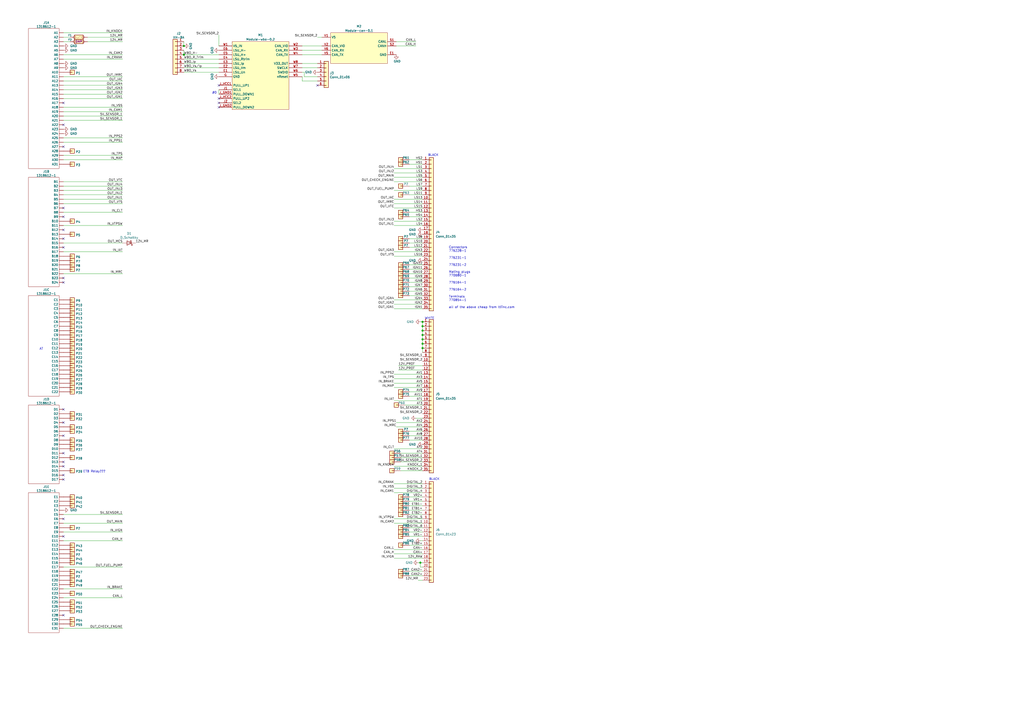
<source format=kicad_sch>
(kicad_sch (version 20210621) (generator eeschema)
  (paper "A2")
  (title_block (title "proteus125honda") (date "2021-09-22") (rev "a") (company "rusEFI"))
  (junction (at 106.68 26.67) (diameter 1.016))
  (junction (at 106.68 31.75) (diameter 1.016))
  (junction (at 243.84 326.39) (diameter 1.016))
  (junction (at 245.11 186.69) (diameter 1.016))
  (junction (at 245.11 189.23) (diameter 1.016))
  (junction (at 245.11 191.77) (diameter 1.016))
  (junction (at 245.11 194.31) (diameter 1.016))
  (junction (at 245.11 196.85) (diameter 1.016))
  (junction (at 245.11 199.39) (diameter 1.016))
  (junction (at 245.11 201.93) (diameter 1.016))
  (no_connect (at 36.83 59.69))
  (no_connect (at 36.83 72.39))
  (no_connect (at 36.83 85.09))
  (no_connect (at 36.83 120.65))
  (no_connect (at 36.83 125.73))
  (no_connect (at 36.83 133.35))
  (no_connect (at 36.83 138.43))
  (no_connect (at 36.83 143.51))
  (no_connect (at 36.83 161.29))
  (no_connect (at 36.83 163.83))
  (no_connect (at 36.83 237.49))
  (no_connect (at 36.83 245.11))
  (no_connect (at 36.83 252.73))
  (no_connect (at 36.83 262.89))
  (no_connect (at 36.83 267.97))
  (no_connect (at 36.83 270.51))
  (no_connect (at 36.83 275.59))
  (no_connect (at 36.83 278.13))
  (no_connect (at 36.83 300.99))
  (no_connect (at 36.83 311.15))
  (no_connect (at 36.83 356.87))
  (no_connect (at 127 49.53))
  (no_connect (at 127 57.15))
  (no_connect (at 127 59.69))
  (no_connect (at 127 62.23))
  (no_connect (at 184.15 49.53))
  (wire (pts (xy 36.83 19.05) (xy 71.12 19.05)))
  (wire (pts (xy 36.83 34.29) (xy 71.12 34.29)))
  (wire (pts (xy 36.83 44.45) (xy 71.12 44.45)))
  (wire (pts (xy 36.83 46.99) (xy 71.12 46.99)))
  (wire (pts (xy 36.83 49.53) (xy 71.12 49.53)))
  (wire (pts (xy 36.83 52.07) (xy 71.12 52.07)))
  (wire (pts (xy 36.83 54.61) (xy 71.12 54.61)))
  (wire (pts (xy 36.83 57.15) (xy 71.12 57.15)))
  (wire (pts (xy 36.83 62.23) (xy 71.12 62.23)))
  (wire (pts (xy 36.83 67.31) (xy 71.12 67.31)))
  (wire (pts (xy 36.83 80.01) (xy 71.12 80.01)))
  (wire (pts (xy 36.83 82.55) (xy 71.12 82.55)))
  (wire (pts (xy 36.83 90.17) (xy 71.12 90.17)))
  (wire (pts (xy 36.83 92.71) (xy 71.12 92.71)))
  (wire (pts (xy 36.83 105.41) (xy 71.12 105.41)))
  (wire (pts (xy 36.83 107.95) (xy 71.12 107.95)))
  (wire (pts (xy 36.83 110.49) (xy 71.12 110.49)))
  (wire (pts (xy 36.83 113.03) (xy 71.12 113.03)))
  (wire (pts (xy 36.83 115.57) (xy 71.12 115.57)))
  (wire (pts (xy 36.83 118.11) (xy 71.12 118.11)))
  (wire (pts (xy 36.83 123.19) (xy 71.12 123.19)))
  (wire (pts (xy 36.83 130.81) (xy 71.12 130.81)))
  (wire (pts (xy 36.83 140.97) (xy 71.12 140.97)))
  (wire (pts (xy 36.83 146.05) (xy 71.12 146.05)))
  (wire (pts (xy 36.83 158.75) (xy 71.12 158.75)))
  (wire (pts (xy 36.83 298.45) (xy 71.12 298.45)))
  (wire (pts (xy 36.83 303.53) (xy 71.12 303.53)))
  (wire (pts (xy 36.83 308.61) (xy 71.12 308.61)))
  (wire (pts (xy 36.83 313.69) (xy 71.12 313.69)))
  (wire (pts (xy 36.83 328.93) (xy 71.12 328.93)))
  (wire (pts (xy 36.83 341.63) (xy 71.12 341.63)))
  (wire (pts (xy 36.83 346.71) (xy 71.12 346.71)))
  (wire (pts (xy 36.83 364.49) (xy 71.12 364.49)))
  (wire (pts (xy 40.64 21.59) (xy 36.83 21.59)))
  (wire (pts (xy 40.64 24.13) (xy 36.83 24.13)))
  (wire (pts (xy 71.12 21.59) (xy 50.8 21.59)))
  (wire (pts (xy 71.12 24.13) (xy 50.8 24.13)))
  (wire (pts (xy 71.12 31.75) (xy 36.83 31.75)))
  (wire (pts (xy 71.12 64.77) (xy 36.83 64.77)))
  (wire (pts (xy 71.12 69.85) (xy 36.83 69.85)))
  (wire (pts (xy 106.68 24.13) (xy 106.68 26.67)))
  (wire (pts (xy 106.68 29.21) (xy 106.68 31.75)))
  (wire (pts (xy 106.68 31.75) (xy 127 31.75)))
  (wire (pts (xy 106.68 34.29) (xy 127 34.29)))
  (wire (pts (xy 106.68 36.83) (xy 127 36.83)))
  (wire (pts (xy 106.68 39.37) (xy 127 39.37)))
  (wire (pts (xy 106.68 41.91) (xy 127 41.91)))
  (wire (pts (xy 127 20.32) (xy 127 26.67)))
  (wire (pts (xy 127 52.07) (xy 127 54.61)))
  (wire (pts (xy 175.26 26.67) (xy 186.69 26.67)))
  (wire (pts (xy 175.26 29.21) (xy 186.69 29.21)))
  (wire (pts (xy 175.26 31.75) (xy 186.69 31.75)))
  (wire (pts (xy 175.26 36.83) (xy 184.15 36.83)))
  (wire (pts (xy 175.26 39.37) (xy 184.15 39.37)))
  (wire (pts (xy 175.26 41.91) (xy 176.53 41.91)))
  (wire (pts (xy 175.26 44.45) (xy 175.26 46.99)))
  (wire (pts (xy 175.26 46.99) (xy 184.15 46.99)))
  (wire (pts (xy 176.53 41.91) (xy 176.53 44.45)))
  (wire (pts (xy 176.53 44.45) (xy 184.15 44.45)))
  (wire (pts (xy 184.15 21.59) (xy 186.69 21.59)))
  (wire (pts (xy 228.6 97.79) (xy 245.11 97.79)))
  (wire (pts (xy 228.6 100.33) (xy 245.11 100.33)))
  (wire (pts (xy 228.6 102.87) (xy 245.11 102.87)))
  (wire (pts (xy 228.6 105.41) (xy 245.11 105.41)))
  (wire (pts (xy 228.6 110.49) (xy 245.11 110.49)))
  (wire (pts (xy 228.6 115.57) (xy 245.11 115.57)))
  (wire (pts (xy 228.6 118.11) (xy 245.11 118.11)))
  (wire (pts (xy 228.6 120.65) (xy 245.11 120.65)))
  (wire (pts (xy 228.6 128.27) (xy 245.11 128.27)))
  (wire (pts (xy 228.6 130.81) (xy 245.11 130.81)))
  (wire (pts (xy 228.6 146.05) (xy 245.11 146.05)))
  (wire (pts (xy 228.6 148.59) (xy 245.11 148.59)))
  (wire (pts (xy 228.6 173.99) (xy 245.11 173.99)))
  (wire (pts (xy 228.6 176.53) (xy 245.11 176.53)))
  (wire (pts (xy 228.6 179.07) (xy 245.11 179.07)))
  (wire (pts (xy 228.6 217.17) (xy 245.11 217.17)))
  (wire (pts (xy 228.6 219.71) (xy 245.11 219.71)))
  (wire (pts (xy 228.6 222.25) (xy 245.11 222.25)))
  (wire (pts (xy 228.6 224.79) (xy 245.11 224.79)))
  (wire (pts (xy 228.6 232.41) (xy 245.11 232.41)))
  (wire (pts (xy 228.6 260.35) (xy 245.11 260.35)))
  (wire (pts (xy 228.6 270.51) (xy 245.11 270.51)))
  (wire (pts (xy 228.6 280.67) (xy 245.11 280.67)))
  (wire (pts (xy 228.6 283.21) (xy 245.11 283.21)))
  (wire (pts (xy 228.6 285.75) (xy 245.11 285.75)))
  (wire (pts (xy 228.6 300.99) (xy 245.11 300.99)))
  (wire (pts (xy 228.6 303.53) (xy 245.11 303.53)))
  (wire (pts (xy 228.6 318.77) (xy 245.11 318.77)))
  (wire (pts (xy 228.6 321.31) (xy 245.11 321.31)))
  (wire (pts (xy 228.6 323.85) (xy 245.11 323.85)))
  (wire (pts (xy 229.87 24.13) (xy 241.3 24.13)))
  (wire (pts (xy 229.87 26.67) (xy 241.3 26.67)))
  (wire (pts (xy 229.87 245.11) (xy 245.11 245.11)))
  (wire (pts (xy 229.87 247.65) (xy 245.11 247.65)))
  (wire (pts (xy 231.14 212.09) (xy 245.11 212.09)))
  (wire (pts (xy 231.14 214.63) (xy 245.11 214.63)))
  (wire (pts (xy 232.41 262.89) (xy 245.11 262.89)))
  (wire (pts (xy 232.41 265.43) (xy 245.11 265.43)))
  (wire (pts (xy 232.41 267.97) (xy 245.11 267.97)))
  (wire (pts (xy 232.41 273.05) (xy 245.11 273.05)))
  (wire (pts (xy 234.95 234.95) (xy 245.11 234.95)))
  (wire (pts (xy 237.49 92.71) (xy 245.11 92.71)))
  (wire (pts (xy 237.49 95.25) (xy 245.11 95.25)))
  (wire (pts (xy 237.49 107.95) (xy 245.11 107.95)))
  (wire (pts (xy 237.49 113.03) (xy 245.11 113.03)))
  (wire (pts (xy 237.49 123.19) (xy 245.11 123.19)))
  (wire (pts (xy 237.49 125.73) (xy 245.11 125.73)))
  (wire (pts (xy 237.49 138.43) (xy 245.11 138.43)))
  (wire (pts (xy 237.49 140.97) (xy 245.11 140.97)))
  (wire (pts (xy 237.49 143.51) (xy 245.11 143.51)))
  (wire (pts (xy 237.49 153.67) (xy 245.11 153.67)))
  (wire (pts (xy 237.49 156.21) (xy 245.11 156.21)))
  (wire (pts (xy 237.49 158.75) (xy 245.11 158.75)))
  (wire (pts (xy 237.49 161.29) (xy 245.11 161.29)))
  (wire (pts (xy 237.49 163.83) (xy 245.11 163.83)))
  (wire (pts (xy 237.49 166.37) (xy 245.11 166.37)))
  (wire (pts (xy 237.49 168.91) (xy 245.11 168.91)))
  (wire (pts (xy 237.49 171.45) (xy 245.11 171.45)))
  (wire (pts (xy 237.49 227.33) (xy 245.11 227.33)))
  (wire (pts (xy 237.49 229.87) (xy 245.11 229.87)))
  (wire (pts (xy 237.49 250.19) (xy 245.11 250.19)))
  (wire (pts (xy 237.49 252.73) (xy 245.11 252.73)))
  (wire (pts (xy 237.49 255.27) (xy 245.11 255.27)))
  (wire (pts (xy 237.49 288.29) (xy 245.11 288.29)))
  (wire (pts (xy 237.49 290.83) (xy 245.11 290.83)))
  (wire (pts (xy 237.49 293.37) (xy 245.11 293.37)))
  (wire (pts (xy 237.49 295.91) (xy 245.11 295.91)))
  (wire (pts (xy 237.49 298.45) (xy 245.11 298.45)))
  (wire (pts (xy 237.49 306.07) (xy 245.11 306.07)))
  (wire (pts (xy 237.49 308.61) (xy 245.11 308.61)))
  (wire (pts (xy 237.49 311.15) (xy 245.11 311.15)))
  (wire (pts (xy 237.49 316.23) (xy 245.11 316.23)))
  (wire (pts (xy 237.49 331.47) (xy 245.11 331.47)))
  (wire (pts (xy 237.49 334.01) (xy 245.11 334.01)))
  (wire (pts (xy 241.3 242.57) (xy 245.11 242.57)))
  (wire (pts (xy 242.57 326.39) (xy 243.84 326.39)))
  (wire (pts (xy 242.57 336.55) (xy 245.11 336.55)))
  (wire (pts (xy 243.84 186.69) (xy 245.11 186.69)))
  (wire (pts (xy 243.84 313.69) (xy 245.11 313.69)))
  (wire (pts (xy 243.84 326.39) (xy 243.84 328.93)))
  (wire (pts (xy 243.84 328.93) (xy 245.11 328.93)))
  (wire (pts (xy 245.11 186.69) (xy 245.11 189.23)))
  (wire (pts (xy 245.11 189.23) (xy 245.11 191.77)))
  (wire (pts (xy 245.11 191.77) (xy 245.11 194.31)))
  (wire (pts (xy 245.11 194.31) (xy 245.11 196.85)))
  (wire (pts (xy 245.11 196.85) (xy 245.11 199.39)))
  (wire (pts (xy 245.11 199.39) (xy 245.11 201.93)))
  (wire (pts (xy 245.11 201.93) (xy 245.11 204.47)))
  (wire (pts (xy 245.11 326.39) (xy 243.84 326.39)))
  (text "AT" (at 22.86 203.2 0) (effects (font (size 1.27 1.27)) (justify left bottom)))
  (text "ETB Relay???" (at 48.26 274.32 0) (effects (font (size 1.27 1.27)) (justify left bottom)))
  (text "#0" (at 125.73 54.61 180) (effects (font (size 1.27 1.27)) (justify right bottom)))
  (text "WHITE" (at 246.38 185.42 0) (effects (font (size 1.27 1.27)) (justify left bottom)))
  (text "BLACK" (at 248.285 90.805 0) (effects (font (size 1.27 1.27)) (justify left bottom)))
  (text "BLACK" (at 248.92 278.765 0) (effects (font (size 1.27 1.27)) (justify left bottom)))
  (text "Connectors\n776228-1\n\n776231-1\n\n776231-2\n\nMating plugs\n770680-1\n\n776164-1\n\n776164-2\n\nTerminals\n770854-1\n\nall of the above cheap from ttiinc.com" (at 260.35 179.07 0) (effects (font (size 1.27 1.27)) (justify left bottom)))
  (label "IN_KNOCK" (at 71.12 19.05 180))
  (label "12V_MR" (at 71.12 21.59 180))
  (label "12V_MR" (at 71.12 24.13 180))
  (label "IN_CAM2" (at 71.12 31.75 180))
  (label "IN_CRANK" (at 71.12 34.29 180))
  (label "OUT_IMRC" (at 71.12 44.45 180))
  (label "OUT_IAC" (at 71.12 46.99 180))
  (label "OUT_IGN4" (at 71.12 49.53 180))
  (label "OUT_IGN3" (at 71.12 52.07 180))
  (label "OUT_IGN2" (at 71.12 54.61 180))
  (label "OUT_IGN1" (at 71.12 57.15 180))
  (label "IN_VSS" (at 71.12 62.23 180))
  (label "IN_CAM1" (at 71.12 64.77 180))
  (label "5V_SENSOR_1" (at 71.12 67.31 180))
  (label "5V_SENSOR_1" (at 71.12 69.85 180))
  (label "IN_PPS2" (at 71.12 80.01 180))
  (label "IN_PPS1" (at 71.12 82.55 180))
  (label "IN_TPS" (at 71.12 90.17 180))
  (label "IN_MAP" (at 71.12 92.71 180))
  (label "OUT_VTC" (at 71.12 105.41 180))
  (label "OUT_INJ4" (at 71.12 107.95 180))
  (label "OUT_INJ3" (at 71.12 110.49 180))
  (label "OUT_INJ2" (at 71.12 113.03 180))
  (label "OUT_INJ1" (at 71.12 115.57 180))
  (label "OUT_VTS" (at 71.12 118.11 180))
  (label "IN_CLT" (at 71.12 123.19 180))
  (label "IN_VTPSW" (at 71.12 130.81 180))
  (label "OUT_MCS" (at 71.12 140.97 180))
  (label "IN_IAT" (at 71.12 146.05 180))
  (label "IN_MRC" (at 71.12 158.75 180))
  (label "5V_SENSOR_1" (at 71.12 298.45 180))
  (label "OUT_MAIN" (at 71.12 303.53 180))
  (label "IN_VIGN" (at 71.12 308.61 180))
  (label "CAN_H" (at 71.12 313.69 180))
  (label "OUT_FUEL_PUMP" (at 71.12 328.93 180))
  (label "IN_BRAKE" (at 71.12 341.63 180))
  (label "CAN_L" (at 71.12 346.71 180))
  (label "OUT_CHECK_ENGINE" (at 71.12 364.49 180))
  (label "12V_MR" (at 78.74 140.97 0))
  (label "WBO_H-" (at 106.68 31.75 0))
  (label "WBO_R_Trim" (at 106.68 34.29 0))
  (label "WBO_Ip" (at 106.68 36.83 0))
  (label "WBO_Vs{slash}Ip" (at 106.68 39.37 0))
  (label "WBO_Vs" (at 106.68 41.91 0))
  (label "5V_SENSOR_2" (at 127 20.32 180))
  (label "5V_SENSOR_2" (at 184.15 21.59 180))
  (label "OUT_INJ4" (at 228.6 97.79 180))
  (label "OUT_INJ2" (at 228.6 100.33 180))
  (label "OUT_MAIN" (at 228.6 102.87 180))
  (label "OUT_CHECK_ENGINE" (at 228.6 105.41 180))
  (label "OUT_FUEL_PUMP" (at 228.6 110.49 180))
  (label "OUT_IAC" (at 228.6 115.57 180))
  (label "OUT_IMRC" (at 228.6 118.11 180))
  (label "OUT_VTC" (at 228.6 120.65 180))
  (label "OUT_INJ3" (at 228.6 128.27 180))
  (label "OUT_INJ1" (at 228.6 130.81 180))
  (label "OUT_IGN3" (at 228.6 146.05 180))
  (label "OUT_VTS" (at 228.6 148.59 180))
  (label "OUT_IGN4" (at 228.6 173.99 180))
  (label "OUT_IGN2" (at 228.6 176.53 180))
  (label "OUT_IGN1" (at 228.6 179.07 180))
  (label "IN_PPS2" (at 228.6 217.17 180))
  (label "IN_TPS" (at 228.6 219.71 180))
  (label "IN_BRAKE" (at 228.6 222.25 180))
  (label "IN_MAP" (at 228.6 224.79 180))
  (label "IN_IAT" (at 228.6 232.41 180))
  (label "IN_CLT" (at 228.6 260.35 180))
  (label "IN_KNOCK" (at 228.6 270.51 180))
  (label "IN_CRANK" (at 228.6 280.67 180))
  (label "IN_VSS" (at 228.6 283.21 180))
  (label "IN_CAM1" (at 228.6 285.75 180))
  (label "IN_VTPSW" (at 228.6 300.99 180))
  (label "IN_CAM2" (at 228.6 303.53 180))
  (label "CAN_L" (at 228.6 318.77 180))
  (label "CAN_H" (at 228.6 321.31 180))
  (label "IN_VIGN" (at 228.6 323.85 180))
  (label "IN_PPS1" (at 229.87 245.11 180))
  (label "IN_MRC" (at 229.87 247.65 180))
  (label "12V_PROT" (at 231.14 212.09 0))
  (label "12V_PROT" (at 231.14 214.63 0))
  (label "CAN_L" (at 241.3 24.13 180))
  (label "CAN_H" (at 241.3 26.67 180))
  (label "12V_MR" (at 242.57 336.55 180))
  (label "HS2" (at 245.11 92.71 180))
  (label "HS1" (at 245.11 95.25 180))
  (label "LS1" (at 245.11 97.79 180))
  (label "LS3" (at 245.11 100.33 180))
  (label "LS5" (at 245.11 102.87 180))
  (label "LS6" (at 245.11 105.41 180))
  (label "LS7" (at 245.11 107.95 180))
  (label "LS9" (at 245.11 110.49 180))
  (label "LS11" (at 245.11 113.03 180))
  (label "LS13" (at 245.11 115.57 180))
  (label "LS14" (at 245.11 118.11 180))
  (label "LS15" (at 245.11 120.65 180))
  (label "HS3" (at 245.11 123.19 180))
  (label "HS4" (at 245.11 125.73 180))
  (label "LS2" (at 245.11 128.27 180))
  (label "LS4" (at 245.11 130.81 180))
  (label "LS8" (at 245.11 138.43 180))
  (label "LS10" (at 245.11 140.97 180))
  (label "LS12" (at 245.11 143.51 180))
  (label "IGN3" (at 245.11 146.05 180))
  (label "LS16" (at 245.11 148.59 180))
  (label "IGN12" (at 245.11 153.67 180))
  (label "IGN11" (at 245.11 156.21 180))
  (label "IGN10" (at 245.11 158.75 180))
  (label "IGN9" (at 245.11 161.29 180))
  (label "IGN8" (at 245.11 163.83 180))
  (label "IGN7" (at 245.11 166.37 180))
  (label "IGN6" (at 245.11 168.91 180))
  (label "IGN5" (at 245.11 171.45 180))
  (label "IGN4" (at 245.11 173.99 180))
  (label "IGN2" (at 245.11 176.53 180))
  (label "IGN1" (at 245.11 179.07 180))
  (label "5V_SENSOR_1" (at 245.11 207.01 180))
  (label "5V_SENSOR_2" (at 245.11 209.55 180))
  (label "AV1" (at 245.11 217.17 180))
  (label "AV3" (at 245.11 219.71 180))
  (label "AV5" (at 245.11 222.25 180))
  (label "AV7" (at 245.11 224.79 180))
  (label "AV9" (at 245.11 227.33 180))
  (label "AV11" (at 245.11 229.87 180))
  (label "AT1" (at 245.11 232.41 180))
  (label "AT3" (at 245.11 234.95 180))
  (label "5V_SENSOR_1" (at 245.11 237.49 180))
  (label "5V_SENSOR_2" (at 245.11 240.03 180))
  (label "AV2" (at 245.11 245.11 180))
  (label "AV4" (at 245.11 247.65 180))
  (label "AV6" (at 245.11 250.19 180))
  (label "AV8" (at 245.11 252.73 180))
  (label "AV10" (at 245.11 255.27 180))
  (label "AT2" (at 245.11 260.35 180))
  (label "AT4" (at 245.11 262.89 180))
  (label "5V_SENSOR_1" (at 245.11 265.43 180))
  (label "5V_SENSOR_2" (at 245.11 267.97 180))
  (label "KNOCK_1" (at 245.11 270.51 180))
  (label "KNOCK_2" (at 245.11 273.05 180))
  (label "DIGITAL_2" (at 245.11 280.67 180))
  (label "DIGITAL_3" (at 245.11 283.21 180))
  (label "DIGITAL_4" (at 245.11 285.75 180))
  (label "VR2+" (at 245.11 288.29 180))
  (label "VR1+" (at 245.11 290.83 180))
  (label "ETB1-" (at 245.11 293.37 180))
  (label "ETB1+" (at 245.11 295.91 180))
  (label "ETB2-" (at 245.11 298.45 180))
  (label "DIGITAL_5" (at 245.11 300.99 180))
  (label "DIGITAL_1" (at 245.11 303.53 180))
  (label "DIGITAL_6" (at 245.11 306.07 180))
  (label "VR2-" (at 245.11 308.61 180))
  (label "VR1-" (at 245.11 311.15 180))
  (label "ETB2+" (at 245.11 316.23 180))
  (label "CAN-" (at 245.11 318.77 180))
  (label "CAN+" (at 245.11 321.31 180))
  (label "12V_RAW" (at 245.11 323.85 180))
  (label "CAN2-" (at 245.11 331.47 180))
  (label "CAN2+" (at 245.11 334.01 180))
  (symbol (lib_id "power:GND") (at 36.83 26.67 90) (unit 1)
    (property "Reference" "#PWR01" (effects hide))
    (property "Value" "GND" (at 40.64 26.67 90) (effects (justify right)))
  )
  (symbol (lib_id "power:GND") (at 36.83 29.21 90) (unit 1)
    (property "Reference" "#PWR02" (effects hide))
    (property "Value" "GND" (at 40.64 29.21 90) (effects (justify right)))
  )
  (symbol (lib_id "power:GND") (at 36.83 36.83 90) (unit 1)
    (property "Reference" "#PWR03" (effects hide))
    (property "Value" "GND" (at 40.64 36.83 90) (effects (justify right)))
  )
  (symbol (lib_id "power:GND") (at 36.83 39.37 90) (unit 1)
    (property "Reference" "#PWR04" (effects hide))
    (property "Value" "GND" (at 40.64 39.37 90) (effects (justify right)))
  )
  (symbol (lib_id "power:GND") (at 36.83 74.93 90) (unit 1)
    (property "Reference" "#PWR05" (effects hide))
    (property "Value" "GND" (at 40.64 74.93 90) (effects (justify right)))
  )
  (symbol (lib_id "power:GND") (at 36.83 77.47 90) (unit 1)
    (property "Reference" "#PWR06" (effects hide))
    (property "Value" "GND" (at 40.64 77.47 90) (effects (justify right)))
  )
  (symbol (lib_id "power:GND") (at 36.83 295.91 90) (unit 1)
    (property "Reference" "#PWR07" (effects hide))
    (property "Value" "GND" (at 40.64 295.91 90) (effects (justify right)))
  )
  (symbol (lib_id "power:GND") (at 106.68 26.67 90) (mirror x) (unit 1)
    (property "Reference" "#PWR08" (effects hide))
    (property "Value" "GND" (at 110.6234 26.7208 0))
  )
  (symbol (lib_id "power:GND") (at 127 29.21 270) (mirror x) (unit 1)
    (property "Reference" "#PWR09" (effects hide))
    (property "Value" "GND" (at 123.0566 29.1592 0))
  )
  (symbol (lib_id "power:GND") (at 127 44.45 270) (mirror x) (unit 1)
    (property "Reference" "#PWR010" (effects hide))
    (property "Value" "GND" (at 123.0566 44.3992 0))
  )
  (symbol (lib_id "power:GND") (at 184.15 41.91 270) (mirror x) (unit 1)
    (property "Reference" "#PWR011" (effects hide))
    (property "Value" "GND" (at 178.9366 41.8592 90))
  )
  (symbol (lib_id "power:GND") (at 229.87 31.75 0) (unit 1)
    (property "Reference" "#PWR012" (effects hide))
    (property "Value" "GND" (at 232.41 35.56 0) (effects (justify right)))
  )
  (symbol (lib_id "power:GND") (at 241.3 242.57 270) (unit 1)
    (property "Reference" "#PWR013" (effects hide))
    (property "Value" "GND" (at 237.49 242.57 90) (effects (justify right)))
  )
  (symbol (lib_id "power:GND") (at 242.57 326.39 270) (unit 1)
    (property "Reference" "#PWR014" (effects hide))
    (property "Value" "GND" (at 239.395 326.39 90) (effects (justify right)))
  )
  (symbol (lib_id "power:GND") (at 243.84 186.69 270) (unit 1)
    (property "Reference" "#PWR015" (effects hide))
    (property "Value" "GND" (at 240.03 186.69 90) (effects (justify right)))
  )
  (symbol (lib_id "power:GND") (at 243.84 313.69 270) (unit 1)
    (property "Reference" "#PWR016" (effects hide))
    (property "Value" "GND" (at 240.03 313.69 90) (effects (justify right)))
  )
  (symbol (lib_id "power:GND") (at 245.11 133.35 270) (unit 1)
    (property "Reference" "#PWR017" (effects hide))
    (property "Value" "GND" (at 241.3 133.35 90) (effects (justify right)))
  )
  (symbol (lib_id "power:GND") (at 245.11 135.89 270) (unit 1)
    (property "Reference" "#PWR018" (effects hide))
    (property "Value" "GND" (at 241.3 135.89 90) (effects (justify right)))
  )
  (symbol (lib_id "power:GND") (at 245.11 151.13 270) (unit 1)
    (property "Reference" "#PWR019" (effects hide))
    (property "Value" "GND" (at 241.3 151.13 90) (effects (justify right)))
  )
  (symbol (lib_id "power:GND") (at 245.11 257.81 270) (unit 1)
    (property "Reference" "#PWR020" (effects hide))
    (property "Value" "GND" (at 241.3 257.81 90) (effects (justify right)))
  )
  (symbol (lib_id "hellen-one-common:Pad") (at 41.91 41.91 0) (unit 1)
    (property "Reference" "P1" (at 43.9421 42.389 0) (effects (justify left)))
    (property "Value" "Pad" (effects hide))
    (property "Footprint" "hellen-one-common:PAD-TH" (effects hide))
  )
  (symbol (lib_id "hellen-one-common:Pad") (at 41.91 87.63 0) (unit 1)
    (property "Reference" "P2" (at 43.9421 88.109 0) (effects (justify left)))
    (property "Value" "Pad" (effects hide))
    (property "Footprint" "hellen-one-common:PAD-TH" (effects hide))
  )
  (symbol (lib_id "hellen-one-common:Pad") (at 41.91 95.25 0) (unit 1)
    (property "Reference" "P3" (at 43.9421 95.729 0) (effects (justify left)))
    (property "Value" "Pad" (effects hide))
    (property "Footprint" "hellen-one-common:PAD-TH" (effects hide))
  )
  (symbol (lib_id "hellen-one-common:Pad") (at 41.91 128.27 0) (unit 1)
    (property "Reference" "P4" (at 43.9421 128.749 0) (effects (justify left)))
    (property "Value" "Pad" (effects hide))
    (property "Footprint" "hellen-one-common:PAD-TH" (effects hide))
  )
  (symbol (lib_id "hellen-one-common:Pad") (at 41.91 135.89 0) (unit 1)
    (property "Reference" "P5" (at 43.9421 136.369 0) (effects (justify left)))
    (property "Value" "Pad" (effects hide))
    (property "Footprint" "hellen-one-common:PAD-TH" (effects hide))
  )
  (symbol (lib_id "hellen-one-common:Pad") (at 41.91 148.59 0) (unit 1)
    (property "Reference" "P6" (at 43.9421 149.069 0) (effects (justify left)))
    (property "Value" "Pad" (effects hide))
    (property "Footprint" "hellen-one-common:PAD-TH" (effects hide))
  )
  (symbol (lib_id "hellen-one-common:Pad") (at 41.91 151.13 0) (unit 1)
    (property "Reference" "P7" (at 43.9421 151.609 0) (effects (justify left)))
    (property "Value" "Pad" (effects hide))
    (property "Footprint" "hellen-one-common:PAD-TH" (effects hide))
  )
  (symbol (lib_id "hellen-one-common:Pad") (at 41.91 153.67 0) (unit 1)
    (property "Reference" "P8" (at 43.9421 154.149 0) (effects (justify left)))
    (property "Value" "Pad" (effects hide))
    (property "Footprint" "hellen-one-common:PAD-TH" (effects hide))
  )
  (symbol (lib_id "hellen-one-common:Pad") (at 41.91 156.21 0) (unit 1)
    (property "Reference" "P?" (at 43.9421 156.689 0) (effects (justify left)))
    (property "Value" "Pad" (effects hide))
    (property "Footprint" "hellen-one-common:PAD-TH" (effects hide))
  )
  (symbol (lib_id "hellen-one-common:Pad") (at 41.91 173.99 0) (unit 1)
    (property "Reference" "P9" (at 43.9421 174.469 0) (effects (justify left)))
    (property "Value" "Pad" (effects hide))
    (property "Footprint" "hellen-one-common:PAD-TH" (effects hide))
  )
  (symbol (lib_id "hellen-one-common:Pad") (at 41.91 176.53 0) (unit 1)
    (property "Reference" "P10" (at 43.9421 177.009 0) (effects (justify left)))
    (property "Value" "Pad" (effects hide))
    (property "Footprint" "hellen-one-common:PAD-TH" (effects hide))
  )
  (symbol (lib_id "hellen-one-common:Pad") (at 41.91 179.07 0) (unit 1)
    (property "Reference" "P11" (at 43.9421 179.549 0) (effects (justify left)))
    (property "Value" "Pad" (effects hide))
    (property "Footprint" "hellen-one-common:PAD-TH" (effects hide))
  )
  (symbol (lib_id "hellen-one-common:Pad") (at 41.91 181.61 0) (unit 1)
    (property "Reference" "P12" (at 43.9421 182.089 0) (effects (justify left)))
    (property "Value" "Pad" (effects hide))
    (property "Footprint" "hellen-one-common:PAD-TH" (effects hide))
  )
  (symbol (lib_id "hellen-one-common:Pad") (at 41.91 184.15 0) (unit 1)
    (property "Reference" "P13" (at 43.9421 184.629 0) (effects (justify left)))
    (property "Value" "Pad" (effects hide))
    (property "Footprint" "hellen-one-common:PAD-TH" (effects hide))
  )
  (symbol (lib_id "hellen-one-common:Pad") (at 41.91 186.69 0) (unit 1)
    (property "Reference" "P14" (at 43.9421 187.169 0) (effects (justify left)))
    (property "Value" "Pad" (effects hide))
    (property "Footprint" "hellen-one-common:PAD-TH" (effects hide))
  )
  (symbol (lib_id "hellen-one-common:Pad") (at 41.91 189.23 0) (unit 1)
    (property "Reference" "P15" (at 43.9421 189.709 0) (effects (justify left)))
    (property "Value" "Pad" (effects hide))
    (property "Footprint" "hellen-one-common:PAD-TH" (effects hide))
  )
  (symbol (lib_id "hellen-one-common:Pad") (at 41.91 191.77 0) (unit 1)
    (property "Reference" "P16" (at 43.9421 192.249 0) (effects (justify left)))
    (property "Value" "Pad" (effects hide))
    (property "Footprint" "hellen-one-common:PAD-TH" (effects hide))
  )
  (symbol (lib_id "hellen-one-common:Pad") (at 41.91 194.31 0) (unit 1)
    (property "Reference" "P17" (at 43.9421 194.789 0) (effects (justify left)))
    (property "Value" "Pad" (effects hide))
    (property "Footprint" "hellen-one-common:PAD-TH" (effects hide))
  )
  (symbol (lib_id "hellen-one-common:Pad") (at 41.91 196.85 0) (unit 1)
    (property "Reference" "P18" (at 43.9421 197.329 0) (effects (justify left)))
    (property "Value" "Pad" (effects hide))
    (property "Footprint" "hellen-one-common:PAD-TH" (effects hide))
  )
  (symbol (lib_id "hellen-one-common:Pad") (at 41.91 199.39 0) (unit 1)
    (property "Reference" "P19" (at 43.9421 199.869 0) (effects (justify left)))
    (property "Value" "Pad" (effects hide))
    (property "Footprint" "hellen-one-common:PAD-TH" (effects hide))
  )
  (symbol (lib_id "hellen-one-common:Pad") (at 41.91 201.93 0) (unit 1)
    (property "Reference" "P20" (at 43.9421 202.409 0) (effects (justify left)))
    (property "Value" "Pad" (effects hide))
    (property "Footprint" "hellen-one-common:PAD-TH" (effects hide))
  )
  (symbol (lib_id "hellen-one-common:Pad") (at 41.91 204.47 0) (unit 1)
    (property "Reference" "P21" (at 43.9421 204.949 0) (effects (justify left)))
    (property "Value" "Pad" (effects hide))
    (property "Footprint" "hellen-one-common:PAD-TH" (effects hide))
  )
  (symbol (lib_id "hellen-one-common:Pad") (at 41.91 207.01 0) (unit 1)
    (property "Reference" "P22" (at 43.9421 207.489 0) (effects (justify left)))
    (property "Value" "Pad" (effects hide))
    (property "Footprint" "hellen-one-common:PAD-TH" (effects hide))
  )
  (symbol (lib_id "hellen-one-common:Pad") (at 41.91 209.55 0) (unit 1)
    (property "Reference" "P23" (at 43.9421 210.029 0) (effects (justify left)))
    (property "Value" "Pad" (effects hide))
    (property "Footprint" "hellen-one-common:PAD-TH" (effects hide))
  )
  (symbol (lib_id "hellen-one-common:Pad") (at 41.91 212.09 0) (unit 1)
    (property "Reference" "P24" (at 43.9421 212.569 0) (effects (justify left)))
    (property "Value" "Pad" (effects hide))
    (property "Footprint" "hellen-one-common:PAD-TH" (effects hide))
  )
  (symbol (lib_id "hellen-one-common:Pad") (at 41.91 214.63 0) (unit 1)
    (property "Reference" "P25" (at 43.9421 215.109 0) (effects (justify left)))
    (property "Value" "Pad" (effects hide))
    (property "Footprint" "hellen-one-common:PAD-TH" (effects hide))
  )
  (symbol (lib_id "hellen-one-common:Pad") (at 41.91 217.17 0) (unit 1)
    (property "Reference" "P26" (at 43.9421 217.649 0) (effects (justify left)))
    (property "Value" "Pad" (effects hide))
    (property "Footprint" "hellen-one-common:PAD-TH" (effects hide))
  )
  (symbol (lib_id "hellen-one-common:Pad") (at 41.91 219.71 0) (unit 1)
    (property "Reference" "P27" (at 43.9421 220.189 0) (effects (justify left)))
    (property "Value" "Pad" (effects hide))
    (property "Footprint" "hellen-one-common:PAD-TH" (effects hide))
  )
  (symbol (lib_id "hellen-one-common:Pad") (at 41.91 222.25 0) (unit 1)
    (property "Reference" "P28" (at 43.9421 222.729 0) (effects (justify left)))
    (property "Value" "Pad" (effects hide))
    (property "Footprint" "hellen-one-common:PAD-TH" (effects hide))
  )
  (symbol (lib_id "hellen-one-common:Pad") (at 41.91 224.79 0) (unit 1)
    (property "Reference" "P29" (at 43.9421 225.269 0) (effects (justify left)))
    (property "Value" "Pad" (effects hide))
    (property "Footprint" "hellen-one-common:PAD-TH" (effects hide))
  )
  (symbol (lib_id "hellen-one-common:Pad") (at 41.91 227.33 0) (unit 1)
    (property "Reference" "P30" (at 43.9421 227.809 0) (effects (justify left)))
    (property "Value" "Pad" (effects hide))
    (property "Footprint" "hellen-one-common:PAD-TH" (effects hide))
  )
  (symbol (lib_id "hellen-one-common:Pad") (at 41.91 240.03 0) (unit 1)
    (property "Reference" "P31" (at 43.9421 240.509 0) (effects (justify left)))
    (property "Value" "Pad" (effects hide))
    (property "Footprint" "hellen-one-common:PAD-TH" (effects hide))
  )
  (symbol (lib_id "hellen-one-common:Pad") (at 41.91 242.57 0) (unit 1)
    (property "Reference" "P32" (at 43.9421 243.049 0) (effects (justify left)))
    (property "Value" "Pad" (effects hide))
    (property "Footprint" "hellen-one-common:PAD-TH" (effects hide))
  )
  (symbol (lib_id "hellen-one-common:Pad") (at 41.91 247.65 0) (unit 1)
    (property "Reference" "P33" (at 43.9421 248.129 0) (effects (justify left)))
    (property "Value" "Pad" (effects hide))
    (property "Footprint" "hellen-one-common:PAD-TH" (effects hide))
  )
  (symbol (lib_id "hellen-one-common:Pad") (at 41.91 250.19 0) (unit 1)
    (property "Reference" "P34" (at 43.9421 250.669 0) (effects (justify left)))
    (property "Value" "Pad" (effects hide))
    (property "Footprint" "hellen-one-common:PAD-TH" (effects hide))
  )
  (symbol (lib_id "hellen-one-common:Pad") (at 41.91 255.27 0) (unit 1)
    (property "Reference" "P35" (at 43.9421 255.749 0) (effects (justify left)))
    (property "Value" "Pad" (effects hide))
    (property "Footprint" "hellen-one-common:PAD-TH" (effects hide))
  )
  (symbol (lib_id "hellen-one-common:Pad") (at 41.91 257.81 0) (unit 1)
    (property "Reference" "P36" (at 43.9421 258.289 0) (effects (justify left)))
    (property "Value" "Pad" (effects hide))
    (property "Footprint" "hellen-one-common:PAD-TH" (effects hide))
  )
  (symbol (lib_id "hellen-one-common:Pad") (at 41.91 260.35 0) (unit 1)
    (property "Reference" "P37" (at 43.9421 260.829 0) (effects (justify left)))
    (property "Value" "Pad" (effects hide))
    (property "Footprint" "hellen-one-common:PAD-TH" (effects hide))
  )
  (symbol (lib_id "hellen-one-common:Pad") (at 41.91 265.43 0) (unit 1)
    (property "Reference" "P38" (at 43.9421 265.909 0) (effects (justify left)))
    (property "Value" "Pad" (effects hide))
    (property "Footprint" "hellen-one-common:PAD-TH" (effects hide))
  )
  (symbol (lib_id "hellen-one-common:Pad") (at 41.91 273.05 0) (unit 1)
    (property "Reference" "P39" (at 43.9421 273.529 0) (effects (justify left)))
    (property "Value" "Pad" (effects hide))
    (property "Footprint" "hellen-one-common:PAD-TH" (effects hide))
  )
  (symbol (lib_id "hellen-one-common:Pad") (at 41.91 288.29 0) (unit 1)
    (property "Reference" "P40" (at 43.9421 288.769 0) (effects (justify left)))
    (property "Value" "Pad" (effects hide))
    (property "Footprint" "hellen-one-common:PAD-TH" (effects hide))
  )
  (symbol (lib_id "hellen-one-common:Pad") (at 41.91 290.83 0) (unit 1)
    (property "Reference" "P41" (at 43.9421 291.309 0) (effects (justify left)))
    (property "Value" "Pad" (effects hide))
    (property "Footprint" "hellen-one-common:PAD-TH" (effects hide))
  )
  (symbol (lib_id "hellen-one-common:Pad") (at 41.91 293.37 0) (unit 1)
    (property "Reference" "P42" (at 43.9421 293.849 0) (effects (justify left)))
    (property "Value" "Pad" (effects hide))
    (property "Footprint" "hellen-one-common:PAD-TH" (effects hide))
  )
  (symbol (lib_id "hellen-one-common:Pad") (at 41.91 306.07 0) (unit 1)
    (property "Reference" "P?" (at 43.9421 306.549 0) (effects (justify left)))
    (property "Value" "Pad" (effects hide))
    (property "Footprint" "hellen-one-common:PAD-TH" (effects hide))
  )
  (symbol (lib_id "hellen-one-common:Pad") (at 41.91 316.23 0) (unit 1)
    (property "Reference" "P43" (at 43.9421 316.709 0) (effects (justify left)))
    (property "Value" "Pad" (effects hide))
    (property "Footprint" "hellen-one-common:PAD-TH" (effects hide))
  )
  (symbol (lib_id "hellen-one-common:Pad") (at 41.91 318.77 0) (unit 1)
    (property "Reference" "P44" (at 43.9421 319.249 0) (effects (justify left)))
    (property "Value" "Pad" (effects hide))
    (property "Footprint" "hellen-one-common:PAD-TH" (effects hide))
  )
  (symbol (lib_id "hellen-one-common:Pad") (at 41.91 321.31 0) (unit 1)
    (property "Reference" "P?" (at 43.9421 321.789 0) (effects (justify left)))
    (property "Value" "Pad" (effects hide))
    (property "Footprint" "hellen-one-common:PAD-TH" (effects hide))
  )
  (symbol (lib_id "hellen-one-common:Pad") (at 41.91 323.85 0) (unit 1)
    (property "Reference" "P45" (at 43.9421 324.329 0) (effects (justify left)))
    (property "Value" "Pad" (effects hide))
    (property "Footprint" "hellen-one-common:PAD-TH" (effects hide))
  )
  (symbol (lib_id "hellen-one-common:Pad") (at 41.91 326.39 0) (unit 1)
    (property "Reference" "P46" (at 43.9421 326.869 0) (effects (justify left)))
    (property "Value" "Pad" (effects hide))
    (property "Footprint" "hellen-one-common:PAD-TH" (effects hide))
  )
  (symbol (lib_id "hellen-one-common:Pad") (at 41.91 331.47 0) (unit 1)
    (property "Reference" "P47" (at 43.9421 331.949 0) (effects (justify left)))
    (property "Value" "Pad" (effects hide))
    (property "Footprint" "hellen-one-common:PAD-TH" (effects hide))
  )
  (symbol (lib_id "hellen-one-common:Pad") (at 41.91 334.01 0) (unit 1)
    (property "Reference" "P?" (at 43.9421 334.489 0) (effects (justify left)))
    (property "Value" "Pad" (effects hide))
    (property "Footprint" "hellen-one-common:PAD-TH" (effects hide))
  )
  (symbol (lib_id "hellen-one-common:Pad") (at 41.91 336.55 0) (unit 1)
    (property "Reference" "P48" (at 43.9421 337.029 0) (effects (justify left)))
    (property "Value" "Pad" (effects hide))
    (property "Footprint" "hellen-one-common:PAD-TH" (effects hide))
  )
  (symbol (lib_id "hellen-one-common:Pad") (at 41.91 339.09 0) (unit 1)
    (property "Reference" "P49" (at 43.9421 339.569 0) (effects (justify left)))
    (property "Value" "Pad" (effects hide))
    (property "Footprint" "hellen-one-common:PAD-TH" (effects hide))
  )
  (symbol (lib_id "hellen-one-common:Pad") (at 41.91 344.17 0) (unit 1)
    (property "Reference" "P50" (at 43.9421 344.649 0) (effects (justify left)))
    (property "Value" "Pad" (effects hide))
    (property "Footprint" "hellen-one-common:PAD-TH" (effects hide))
  )
  (symbol (lib_id "hellen-one-common:Pad") (at 41.91 349.25 0) (unit 1)
    (property "Reference" "P51" (at 43.9421 349.729 0) (effects (justify left)))
    (property "Value" "Pad" (effects hide))
    (property "Footprint" "hellen-one-common:PAD-TH" (effects hide))
  )
  (symbol (lib_id "hellen-one-common:Pad") (at 41.91 351.79 0) (unit 1)
    (property "Reference" "P52" (at 43.9421 352.269 0) (effects (justify left)))
    (property "Value" "Pad" (effects hide))
    (property "Footprint" "hellen-one-common:PAD-TH" (effects hide))
  )
  (symbol (lib_id "hellen-one-common:Pad") (at 41.91 354.33 0) (unit 1)
    (property "Reference" "P53" (at 43.9421 354.809 0) (effects (justify left)))
    (property "Value" "Pad" (effects hide))
    (property "Footprint" "hellen-one-common:PAD-TH" (effects hide))
  )
  (symbol (lib_id "hellen-one-common:Pad") (at 41.91 359.41 0) (unit 1)
    (property "Reference" "P54" (at 43.9421 359.889 0) (effects (justify left)))
    (property "Value" "Pad" (effects hide))
    (property "Footprint" "hellen-one-common:PAD-TH" (effects hide))
  )
  (symbol (lib_id "hellen-one-common:Pad") (at 41.91 361.95 0) (unit 1)
    (property "Reference" "P55" (at 43.9421 362.429 0) (effects (justify left)))
    (property "Value" "Pad" (effects hide))
    (property "Footprint" "hellen-one-common:PAD-TH" (effects hide))
  )
  (symbol (lib_id "hellen-one-common:Pad") (at 227.33 262.89 180) (unit 1)
    (property "Reference" "P56" (at 230.4415 261.6984 0))
    (property "Value" "Pad" (effects hide))
    (property "Footprint" "hellen-one-common:PAD-TH" (effects hide))
  )
  (symbol (lib_id "hellen-one-common:Pad") (at 227.33 265.43 180) (unit 1)
    (property "Reference" "P57" (at 230.4415 264.2384 0))
    (property "Value" "Pad" (effects hide))
    (property "Footprint" "hellen-one-common:PAD-TH" (effects hide))
  )
  (symbol (lib_id "hellen-one-common:Pad") (at 227.33 267.97 180) (unit 1)
    (property "Reference" "P58" (at 230.4415 266.7784 0))
    (property "Value" "Pad" (effects hide))
    (property "Footprint" "hellen-one-common:PAD-TH" (effects hide))
  )
  (symbol (lib_id "hellen-one-common:Pad") (at 227.33 273.05 180) (unit 1)
    (property "Reference" "P59" (at 230.4415 271.8584 0))
    (property "Value" "Pad" (effects hide))
    (property "Footprint" "hellen-one-common:PAD-TH" (effects hide))
  )
  (symbol (lib_id "hellen-one-common:Pad") (at 229.87 234.95 180) (unit 1)
    (property "Reference" "P60" (at 232.9815 233.7584 0))
    (property "Value" "Pad" (effects hide))
    (property "Footprint" "hellen-one-common:PAD-TH" (effects hide))
  )
  (symbol (lib_id "hellen-one-common:Pad") (at 232.41 92.71 180) (unit 1)
    (property "Reference" "P61" (at 235.5215 91.5184 0))
    (property "Value" "Pad" (effects hide))
    (property "Footprint" "hellen-one-common:PAD-TH" (effects hide))
  )
  (symbol (lib_id "hellen-one-common:Pad") (at 232.41 95.25 180) (unit 1)
    (property "Reference" "P62" (at 235.5215 94.0584 0))
    (property "Value" "Pad" (effects hide))
    (property "Footprint" "hellen-one-common:PAD-TH" (effects hide))
  )
  (symbol (lib_id "hellen-one-common:Pad") (at 232.41 107.95 180) (unit 1)
    (property "Reference" "P?" (at 235.5215 106.7584 0))
    (property "Value" "Pad" (effects hide))
    (property "Footprint" "hellen-one-common:PAD-TH" (effects hide))
  )
  (symbol (lib_id "hellen-one-common:Pad") (at 232.41 113.03 180) (unit 1)
    (property "Reference" "P63" (at 235.5215 111.8384 0))
    (property "Value" "Pad" (effects hide))
    (property "Footprint" "hellen-one-common:PAD-TH" (effects hide))
  )
  (symbol (lib_id "hellen-one-common:Pad") (at 232.41 123.19 180) (unit 1)
    (property "Reference" "P64" (at 235.5215 121.9984 0))
    (property "Value" "Pad" (effects hide))
    (property "Footprint" "hellen-one-common:PAD-TH" (effects hide))
  )
  (symbol (lib_id "hellen-one-common:Pad") (at 232.41 125.73 180) (unit 1)
    (property "Reference" "P65" (at 235.5215 124.5384 0))
    (property "Value" "Pad" (effects hide))
    (property "Footprint" "hellen-one-common:PAD-TH" (effects hide))
  )
  (symbol (lib_id "hellen-one-common:Pad") (at 232.41 138.43 180) (unit 1)
    (property "Reference" "P?" (at 235.5215 137.2384 0))
    (property "Value" "Pad" (effects hide))
    (property "Footprint" "hellen-one-common:PAD-TH" (effects hide))
  )
  (symbol (lib_id "hellen-one-common:Pad") (at 232.41 140.97 180) (unit 1)
    (property "Reference" "P?" (at 235.5215 139.7784 0))
    (property "Value" "Pad" (effects hide))
    (property "Footprint" "hellen-one-common:PAD-TH" (effects hide))
  )
  (symbol (lib_id "hellen-one-common:Pad") (at 232.41 143.51 180) (unit 1)
    (property "Reference" "P?" (at 235.5215 142.3184 0))
    (property "Value" "Pad" (effects hide))
    (property "Footprint" "hellen-one-common:PAD-TH" (effects hide))
  )
  (symbol (lib_id "hellen-one-common:Pad") (at 232.41 153.67 180) (unit 1)
    (property "Reference" "P66" (at 235.5215 152.4784 0))
    (property "Value" "Pad" (effects hide))
    (property "Footprint" "hellen-one-common:PAD-TH" (effects hide))
  )
  (symbol (lib_id "hellen-one-common:Pad") (at 232.41 156.21 180) (unit 1)
    (property "Reference" "P67" (at 235.5215 155.0184 0))
    (property "Value" "Pad" (effects hide))
    (property "Footprint" "hellen-one-common:PAD-TH" (effects hide))
  )
  (symbol (lib_id "hellen-one-common:Pad") (at 232.41 158.75 180) (unit 1)
    (property "Reference" "P68" (at 235.5215 157.5584 0))
    (property "Value" "Pad" (effects hide))
    (property "Footprint" "hellen-one-common:PAD-TH" (effects hide))
  )
  (symbol (lib_id "hellen-one-common:Pad") (at 232.41 161.29 180) (unit 1)
    (property "Reference" "P69" (at 235.5215 160.0984 0))
    (property "Value" "Pad" (effects hide))
    (property "Footprint" "hellen-one-common:PAD-TH" (effects hide))
  )
  (symbol (lib_id "hellen-one-common:Pad") (at 232.41 163.83 180) (unit 1)
    (property "Reference" "P70" (at 235.5215 162.6384 0))
    (property "Value" "Pad" (effects hide))
    (property "Footprint" "hellen-one-common:PAD-TH" (effects hide))
  )
  (symbol (lib_id "hellen-one-common:Pad") (at 232.41 166.37 180) (unit 1)
    (property "Reference" "P71" (at 235.5215 165.1784 0))
    (property "Value" "Pad" (effects hide))
    (property "Footprint" "hellen-one-common:PAD-TH" (effects hide))
  )
  (symbol (lib_id "hellen-one-common:Pad") (at 232.41 168.91 180) (unit 1)
    (property "Reference" "P72" (at 235.5215 167.7184 0))
    (property "Value" "Pad" (effects hide))
    (property "Footprint" "hellen-one-common:PAD-TH" (effects hide))
  )
  (symbol (lib_id "hellen-one-common:Pad") (at 232.41 171.45 180) (unit 1)
    (property "Reference" "P73" (at 235.5215 170.2584 0))
    (property "Value" "Pad" (effects hide))
    (property "Footprint" "hellen-one-common:PAD-TH" (effects hide))
  )
  (symbol (lib_id "hellen-one-common:Pad") (at 232.41 227.33 180) (unit 1)
    (property "Reference" "P74" (at 235.5215 226.1384 0))
    (property "Value" "Pad" (effects hide))
    (property "Footprint" "hellen-one-common:PAD-TH" (effects hide))
  )
  (symbol (lib_id "hellen-one-common:Pad") (at 232.41 229.87 180) (unit 1)
    (property "Reference" "P75" (at 235.5215 228.6784 0))
    (property "Value" "Pad" (effects hide))
    (property "Footprint" "hellen-one-common:PAD-TH" (effects hide))
  )
  (symbol (lib_id "hellen-one-common:Pad") (at 232.41 250.19 180) (unit 1)
    (property "Reference" "P?" (at 235.5215 248.9984 0))
    (property "Value" "Pad" (effects hide))
    (property "Footprint" "hellen-one-common:PAD-TH" (effects hide))
  )
  (symbol (lib_id "hellen-one-common:Pad") (at 232.41 252.73 180) (unit 1)
    (property "Reference" "P76" (at 235.5215 251.5384 0))
    (property "Value" "Pad" (effects hide))
    (property "Footprint" "hellen-one-common:PAD-TH" (effects hide))
  )
  (symbol (lib_id "hellen-one-common:Pad") (at 232.41 255.27 180) (unit 1)
    (property "Reference" "P77" (at 235.5215 254.0784 0))
    (property "Value" "Pad" (effects hide))
    (property "Footprint" "hellen-one-common:PAD-TH" (effects hide))
  )
  (symbol (lib_id "hellen-one-common:Pad") (at 232.41 288.29 180) (unit 1)
    (property "Reference" "P78" (at 235.5215 287.0984 0))
    (property "Value" "Pad" (effects hide))
    (property "Footprint" "hellen-one-common:PAD-TH" (effects hide))
  )
  (symbol (lib_id "hellen-one-common:Pad") (at 232.41 290.83 180) (unit 1)
    (property "Reference" "P79" (at 235.5215 289.6384 0))
    (property "Value" "Pad" (effects hide))
    (property "Footprint" "hellen-one-common:PAD-TH" (effects hide))
  )
  (symbol (lib_id "hellen-one-common:Pad") (at 232.41 293.37 180) (unit 1)
    (property "Reference" "P80" (at 235.5215 292.1784 0))
    (property "Value" "Pad" (effects hide))
    (property "Footprint" "hellen-one-common:PAD-TH" (effects hide))
  )
  (symbol (lib_id "hellen-one-common:Pad") (at 232.41 295.91 180) (unit 1)
    (property "Reference" "P81" (at 235.5215 294.7184 0))
    (property "Value" "Pad" (effects hide))
    (property "Footprint" "hellen-one-common:PAD-TH" (effects hide))
  )
  (symbol (lib_id "hellen-one-common:Pad") (at 232.41 298.45 180) (unit 1)
    (property "Reference" "P82" (at 235.5215 297.2584 0))
    (property "Value" "Pad" (effects hide))
    (property "Footprint" "hellen-one-common:PAD-TH" (effects hide))
  )
  (symbol (lib_id "hellen-one-common:Pad") (at 232.41 306.07 180) (unit 1)
    (property "Reference" "P83" (at 235.5215 304.8784 0))
    (property "Value" "Pad" (effects hide))
    (property "Footprint" "hellen-one-common:PAD-TH" (effects hide))
  )
  (symbol (lib_id "hellen-one-common:Pad") (at 232.41 308.61 180) (unit 1)
    (property "Reference" "P84" (at 235.5215 307.4184 0))
    (property "Value" "Pad" (effects hide))
    (property "Footprint" "hellen-one-common:PAD-TH" (effects hide))
  )
  (symbol (lib_id "hellen-one-common:Pad") (at 232.41 311.15 180) (unit 1)
    (property "Reference" "P85" (at 235.5215 309.9584 0))
    (property "Value" "Pad" (effects hide))
    (property "Footprint" "hellen-one-common:PAD-TH" (effects hide))
  )
  (symbol (lib_id "hellen-one-common:Pad") (at 232.41 316.23 180) (unit 1)
    (property "Reference" "P86" (at 235.5215 315.0384 0))
    (property "Value" "Pad" (effects hide))
    (property "Footprint" "hellen-one-common:PAD-TH" (effects hide))
  )
  (symbol (lib_id "hellen-one-common:Pad") (at 232.41 331.47 180) (unit 1)
    (property "Reference" "P87" (at 235.5215 330.2784 0))
    (property "Value" "Pad" (effects hide))
    (property "Footprint" "hellen-one-common:PAD-TH" (effects hide))
  )
  (symbol (lib_id "hellen-one-common:Pad") (at 232.41 334.01 180) (unit 1)
    (property "Reference" "P88" (at 235.5215 332.8184 0))
    (property "Value" "Pad" (effects hide))
    (property "Footprint" "hellen-one-common:PAD-TH" (effects hide))
  )
  (symbol (lib_id "Device:D_Schottky") (at 74.93 140.97 180) (unit 1)
    (property "Reference" "D1" (at 74.93 135.4836 0))
    (property "Value" "D_Schottky" (at 74.93 137.795 0))
    (property "Footprint" "Diode_SMD:D_SMA" (effects hide))
    (property "LCSC" "C8678" (effects hide))
    (property "LCSC_ext" "0" (effects hide))
  )
  (symbol (lib_id "hellen-one-common:Fuse-Pad-Pad") (at 45.72 21.59 0) (unit 1)
    (property "Reference" "F1" (at 40.64 20.4589 0) (effects (font (size 1.016 1.016))))
    (property "Value" "Fuse-Pad-Pad" (effects hide))
    (property "Footprint" "hellen-one-common:PAD-1206-PAD" (effects hide))
    (property "LCSC" "C182446" (effects hide))
  )
  (symbol (lib_id "hellen-one-common:Fuse-Pad-Pad") (at 45.72 24.13 0) (unit 1)
    (property "Reference" "F2" (at 40.64 22.9989 0) (effects (font (size 1.016 1.016))))
    (property "Value" "Fuse-Pad-Pad" (effects hide))
    (property "Footprint" "hellen-one-common:PAD-1206-PAD" (effects hide))
    (property "MyComment" "DNP" (at 45.72 24.13 0))
  )
  (symbol (lib_id "Connector_Generic:Conn_01x06") (at 189.23 41.91 0) (unit 1)
    (property "Reference" "J3" (at 191.2621 42.4191 0) (effects (justify left)))
    (property "Value" "Conn_01x06" (at 191.2621 44.7178 0) (effects (justify left)))
    (property "Footprint" "Connector_PinHeader_2.54mm:PinHeader_1x06_P2.54mm_Vertical" (effects hide))
  )
  (symbol (lib_id "Connector_Generic:Conn_01x08") (at 101.6 31.75 0) (mirror y) (unit 1)
    (property "Reference" "J2" (at 103.632 19.4268 0))
    (property "Value" "XH-8A" (at 103.632 21.7255 0))
    (property "Footprint" "hellen-one-common:XH-8A" (effects hide))
    (property "LCSC" "C10385" (effects hide))
  )
  (symbol (lib_id "Connector_Generic:Conn_01x23") (at 250.19 308.61 0) (unit 1)
    (property "Reference" "J6" (at 252.73 307.34 0) (effects (justify left)))
    (property "Value" "Conn_01x23" (at 252.73 309.88 0) (effects (justify left)))
    (property "Footprint" "lib:ampseal-23" (effects hide))
    (property "PN" "776228-1" (effects hide))
    (property "LCSC" "N/A" (effects hide))
  )
  (symbol (lib_id "Connector_Generic:Conn_01x35") (at 250.19 135.89 0) (unit 1)
    (property "Reference" "J4" (at 252.73 134.62 0) (effects (justify left)))
    (property "Value" "Conn_01x35" (at 252.73 137.16 0) (effects (justify left)))
    (property "Footprint" "lib:ampseal-35" (effects hide))
    (property "PN" "776231-1" (effects hide))
    (property "LCSC" "N/A" (effects hide))
  )
  (symbol (lib_id "Connector_Generic:Conn_01x35") (at 250.19 229.87 0) (unit 1)
    (property "Reference" "J5" (at 252.73 228.6 0) (effects (justify left)))
    (property "Value" "Conn_01x35" (at 252.73 231.14 0) (effects (justify left)))
    (property "Footprint" "lib:ampseal-35-2" (effects hide))
    (property "PN" "776231-2" (effects hide))
    (property "LCSC" "N/A" (effects hide))
  )
  (symbol (lib_id "hellen-one-can-0.1:Module-can-0.1") (at 191.77 19.05 0) (unit 1)
    (property "Reference" "M2" (at 208.28 15.24 0))
    (property "Value" "Module-can-0.1" (at 208.28 17.78 0))
    (property "Footprint" "hellen-one-can-0.1:can" (effects hide))
  )
  (symbol (lib_name "1318612-1:1318612-1_4") (lib_id "1318612-1:1318612-1") (at 34.29 234.95 0) (mirror y) (unit 4)
    (property "Reference" "J1" (at 26.8224 231.5676 0))
    (property "Value" "1318612-1" (at 26.8224 233.8663 0))
    (property "Footprint" "lib:13186121" (effects hide))
  )
  (symbol (lib_name "1318612-1:1318612-1_3") (lib_id "1318612-1:1318612-1") (at 34.29 171.45 0) (mirror y) (unit 3)
    (property "Reference" "J1" (at 26.8224 168.0676 0))
    (property "Value" "1318612-1" (at 26.8224 170.3663 0))
    (property "Footprint" "lib:13186121" (effects hide))
  )
  (symbol (lib_name "1318612-1:1318612-1_2") (lib_id "1318612-1:1318612-1") (at 34.29 102.87 0) (mirror y) (unit 2)
    (property "Reference" "J1" (at 26.8224 99.4876 0))
    (property "Value" "1318612-1" (at 26.8224 101.7863 0))
    (property "Footprint" "lib:13186121" (effects hide))
  )
  (symbol (lib_name "1318612-1:1318612-1_1") (lib_id "1318612-1:1318612-1") (at 34.29 16.51 0) (mirror y) (unit 1)
    (property "Reference" "J1" (at 26.8224 13.1276 0))
    (property "Value" "1318612-1" (at 26.8224 15.4263 0))
    (property "Footprint" "lib:13186121" (effects hide))
  )
  (symbol (lib_id "1318612-1:1318612-1") (at 34.29 285.75 0) (mirror y) (unit 5)
    (property "Reference" "J1" (at 26.8224 282.3676 0))
    (property "Value" "1318612-1" (at 26.8224 284.6663 0))
    (property "Footprint" "lib:13186121" (effects hide))
  )
  (symbol (lib_id "hellen-one-wbo-0.2:Module-wbo-0.2") (at 167.64 24.13 0) (mirror y) (unit 1)
    (property "Reference" "M1" (at 151.13 20.32 0))
    (property "Value" "Module-wbo-0.2" (at 151.13 22.86 0))
    (property "Footprint" "hellen-one-wbo-0.2:wbo" (effects hide))
  )
)
</source>
